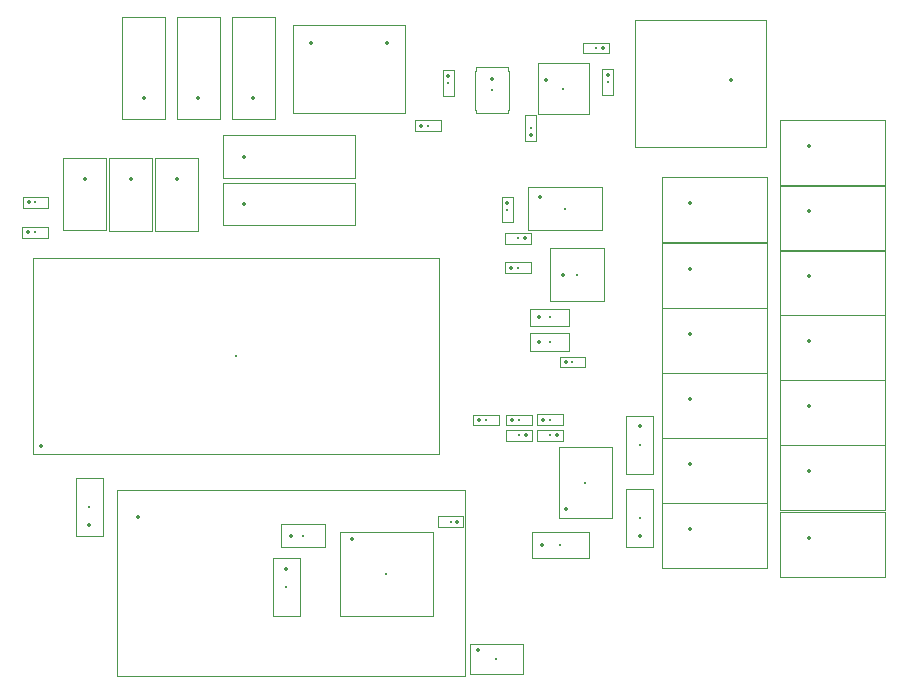
<source format=gbr>
%TF.GenerationSoftware,KiCad,Pcbnew,8.0.7*%
%TF.CreationDate,2024-12-28T14:38:35+07:00*%
%TF.ProjectId,Teensy4.0PCB,5465656e-7379-4342-9e30-5043422e6b69,rev?*%
%TF.SameCoordinates,Original*%
%TF.FileFunction,Component,L1,Top*%
%TF.FilePolarity,Positive*%
%FSLAX46Y46*%
G04 Gerber Fmt 4.6, Leading zero omitted, Abs format (unit mm)*
G04 Created by KiCad (PCBNEW 8.0.7) date 2024-12-28 14:38:35*
%MOMM*%
%LPD*%
G01*
G04 APERTURE LIST*
%TA.AperFunction,ComponentMain*%
%ADD10C,0.300000*%
%TD*%
%TA.AperFunction,ComponentOutline,Courtyard*%
%ADD11C,0.100000*%
%TD*%
%TA.AperFunction,ComponentPin*%
%ADD12P,0.360000X4X0.000000*%
%TD*%
%TA.AperFunction,ComponentPin*%
%ADD13C,0.100000*%
%TD*%
%TA.AperFunction,ComponentOutline,Footprint*%
%ADD14C,0.100000*%
%TD*%
G04 APERTURE END LIST*
D10*
%TO.C,C10*%
%TO.CFtp,C_0402_1005Metric_Pad0.74x0.62mm_HandSolder*%
%TO.CVal,3.3nF / Cer*%
%TO.CLbN,Capacitor_SMD*%
%TO.CMnt,SMD*%
%TO.CRot,-90*%
X159999999Y-72200002D03*
D11*
X160454999Y-71125002D02*
X160454999Y-73275002D01*
X159544999Y-73275002D01*
X159544999Y-71125002D01*
X160454999Y-71125002D01*
D12*
%TO.P,C10,1*%
X159999999Y-71632502D03*
D13*
%TO.P,C10,2*%
X159999999Y-72767502D03*
%TD*%
D10*
%TO.C,C11*%
%TO.CFtp,C_0402_1005Metric_Pad0.74x0.62mm_HandSolder*%
%TO.CVal,10uF / Cer*%
%TO.CLbN,Capacitor_SMD*%
%TO.CMnt,SMD*%
%TO.CRot,180*%
X158999999Y-69300002D03*
D11*
X160074999Y-68845002D02*
X160074999Y-69755002D01*
X157924999Y-69755002D01*
X157924999Y-68845002D01*
X160074999Y-68845002D01*
D12*
%TO.P,C11,1*%
X159567499Y-69300002D03*
D13*
%TO.P,C11,2*%
X158432499Y-69300002D03*
%TD*%
D10*
%TO.C,R7*%
%TO.CFtp,R_0402_1005Metric_Pad0.72x0.64mm_HandSolder*%
%TO.CVal,100k / Film*%
%TO.CLbN,Resistor_SMD*%
%TO.CMnt,SMD*%
%TO.CRot,90*%
X153500000Y-76100000D03*
D11*
X153965000Y-75005000D02*
X153965000Y-77195000D01*
X153035000Y-77195000D01*
X153035000Y-75005000D01*
X153965000Y-75005000D01*
D12*
%TO.P,R7,1*%
X153500000Y-76697500D03*
D13*
%TO.P,R7,2*%
X153500000Y-75502500D03*
%TD*%
D10*
%TO.C,R4*%
%TO.CFtp,R_0402_1005Metric_Pad0.72x0.64mm_HandSolder*%
%TO.CVal,10K*%
%TO.CLbN,Resistor_SMD*%
%TO.CMnt,SMD*%
%TO.CRot,0*%
X144800000Y-75900000D03*
D11*
X145895000Y-75435000D02*
X145895000Y-76365000D01*
X143705000Y-76365000D01*
X143705000Y-75435000D01*
X145895000Y-75435000D01*
D12*
%TO.P,R4,1*%
X144202500Y-75900000D03*
D13*
%TO.P,R4,2*%
X145397500Y-75900000D03*
%TD*%
D10*
%TO.C,C14*%
%TO.CFtp,C_0402_1005Metric_Pad0.74x0.62mm_HandSolder*%
%TO.CVal,22uF / Cer*%
%TO.CLbN,Capacitor_SMD*%
%TO.CMnt,SMD*%
%TO.CRot,-90*%
X146500000Y-72267500D03*
D11*
X146955000Y-71192500D02*
X146955000Y-73342500D01*
X146045000Y-73342500D01*
X146045000Y-71192500D01*
X146955000Y-71192500D01*
D12*
%TO.P,C14,1*%
X146500000Y-71700000D03*
D13*
%TO.P,C14,2*%
X146500000Y-72835000D03*
%TD*%
D10*
%TO.C,U4*%
%TO.CFtp,RGT16_1P7X1P7*%
%TO.CVal,TPS62143RGTT*%
%TO.CLbN,footprints3*%
%TO.CMnt,SMD*%
%TO.CRot,0*%
X156224998Y-72750001D03*
D11*
X158373998Y-70601001D02*
X158373998Y-74899001D01*
X154075998Y-74899001D01*
X154075998Y-70601001D01*
X158373998Y-70601001D01*
D12*
%TO.P,U4,1,SW*%
X154749997Y-72000000D03*
D13*
%TO.P,U4,2,SW*%
X154749997Y-72500001D03*
%TO.P,U4,3,SW*%
X154749997Y-73000001D03*
%TO.P,U4,4,PG*%
X154749997Y-73500002D03*
%TO.P,U4,5,FB*%
X155474809Y-74225002D03*
%TO.P,U4,6,AGND*%
X155974935Y-74225002D03*
%TO.P,U4,7,FSW*%
X156475061Y-74225002D03*
%TO.P,U4,8,DEF*%
X156975187Y-74225002D03*
%TO.P,U4,9,SS/TR*%
X157699999Y-73500002D03*
%TO.P,U4,10,AVIN*%
X157699999Y-73000001D03*
%TO.P,U4,11,PVIN*%
X157699999Y-72500001D03*
%TO.P,U4,12,PVIN*%
X157699999Y-72000000D03*
%TO.P,U4,13,EN*%
X156975187Y-71275000D03*
%TO.P,U4,14,VOS*%
X156475061Y-71275000D03*
%TO.P,U4,15,PGND*%
X155974935Y-71275000D03*
%TO.P,U4,16,PGND*%
X155474809Y-71275000D03*
%TO.P,U4,17,EPAD*%
X156224998Y-72750001D03*
%TD*%
D10*
%TO.C,U5*%
%TO.CFtp,DGS10*%
%TO.CVal,TPS62056DGSR*%
%TO.CLbN,footprints2*%
%TO.CMnt,SMD*%
%TO.CRot,0*%
X156400000Y-82900000D03*
D11*
X159531900Y-81101600D02*
X159531900Y-84698400D01*
X153268100Y-84698400D01*
X153268100Y-81101600D01*
X159531900Y-81101600D01*
D12*
%TO.P,U5,1,VIN*%
X154304500Y-81899999D03*
D13*
%TO.P,U5,2,LBO*%
X154304500Y-82400001D03*
%TO.P,U5,3,GND*%
X154304500Y-82900000D03*
%TO.P,U5,4,PG*%
X154304500Y-83399999D03*
%TO.P,U5,5,FB*%
X154304500Y-83900001D03*
%TO.P,U5,6,LBI*%
X158495500Y-83900001D03*
%TO.P,U5,7,SYNC*%
X158495500Y-83399999D03*
%TO.P,U5,8,EN*%
X158495500Y-82900000D03*
%TO.P,U5,9,SW*%
X158495500Y-82400001D03*
%TO.P,U5,10,PGND*%
X158495500Y-81899999D03*
%TD*%
D10*
%TO.C,IC2*%
%TO.CFtp,SOP50P310X90-8N*%
%TO.CVal,NC7WZ241K8X*%
%TO.CLbN,NC7WZ241K8X*%
%TO.CMnt,SMD*%
%TO.CRot,0*%
X150575000Y-121050000D03*
D11*
X152820000Y-119755000D02*
X152820000Y-122345000D01*
X148330000Y-122345000D01*
X148330000Y-119755000D01*
X152820000Y-119755000D01*
D12*
%TO.P,IC2,1,~{OE}*%
X149000000Y-120300000D03*
D13*
%TO.P,IC2,2,A1*%
X149000000Y-120800000D03*
%TO.P,IC2,3,Y2*%
X149000000Y-121300000D03*
%TO.P,IC2,4,GND*%
X149000000Y-121800000D03*
%TO.P,IC2,5,A2*%
X152150000Y-121800000D03*
%TO.P,IC2,6,Y1*%
X152150000Y-121300000D03*
%TO.P,IC2,7,OE*%
X152150000Y-120800000D03*
%TO.P,IC2,8,VCC*%
X152150000Y-120300000D03*
%TD*%
D10*
%TO.C,IC1*%
%TO.CFtp,SOP65P640X120-20N*%
%TO.CVal,TXB0108PWR*%
%TO.CLbN,TXB0108PWR*%
%TO.CMnt,SMD*%
%TO.CRot,0*%
X141262000Y-113825000D03*
D11*
X145182000Y-110280000D02*
X145182000Y-117370000D01*
X137342000Y-117370000D01*
X137342000Y-110280000D01*
X145182000Y-110280000D01*
D12*
%TO.P,IC1,1,A1*%
X138324000Y-110900000D03*
D13*
%TO.P,IC1,2,VCCA*%
X138324000Y-111550000D03*
%TO.P,IC1,3,A2*%
X138324000Y-112200000D03*
%TO.P,IC1,4,A3*%
X138324000Y-112850000D03*
%TO.P,IC1,5,A4*%
X138324000Y-113500000D03*
%TO.P,IC1,6,A5*%
X138324000Y-114150000D03*
%TO.P,IC1,7,A6*%
X138324000Y-114800000D03*
%TO.P,IC1,8,A7*%
X138324000Y-115450000D03*
%TO.P,IC1,9,A8*%
X138324000Y-116100000D03*
%TO.P,IC1,10,OE*%
X138324000Y-116750000D03*
%TO.P,IC1,11,GND*%
X144200000Y-116750000D03*
%TO.P,IC1,12,B8*%
X144200000Y-116100000D03*
%TO.P,IC1,13,B7*%
X144200000Y-115450000D03*
%TO.P,IC1,14,B6*%
X144200000Y-114800000D03*
%TO.P,IC1,15,B5*%
X144200000Y-114150000D03*
%TO.P,IC1,16,B4*%
X144200000Y-113500000D03*
%TO.P,IC1,17,B3*%
X144200000Y-112850000D03*
%TO.P,IC1,18,B2*%
X144200000Y-112200000D03*
%TO.P,IC1,19,VCCB*%
X144200000Y-111550000D03*
%TO.P,IC1,20,B1*%
X144200000Y-110900000D03*
%TD*%
D10*
%TO.C,C6*%
%TO.CFtp,C_0805_2012Metric_Pad1.18x1.45mm_HandSolder*%
%TO.CVal,0.1uF*%
%TO.CLbN,Capacitor_SMD*%
%TO.CMnt,SMD*%
%TO.CRot,0*%
X134200000Y-110600000D03*
D11*
X136075000Y-109625000D02*
X136075000Y-111575000D01*
X132325000Y-111575000D01*
X132325000Y-109625000D01*
X136075000Y-109625000D01*
D12*
%TO.P,C6,1*%
X133162500Y-110600000D03*
D13*
%TO.P,C6,2*%
X135237500Y-110600000D03*
%TD*%
D10*
%TO.C,R1*%
%TO.CFtp,R_1206_3216Metric_Pad1.30x1.75mm_HandSolder*%
%TO.CVal,10K*%
%TO.CLbN,Resistor_SMD*%
%TO.CMnt,SMD*%
%TO.CRot,-90*%
X162700000Y-102900000D03*
D11*
X163815000Y-100455000D02*
X163815000Y-105345000D01*
X161585000Y-105345000D01*
X161585000Y-100455000D01*
X163815000Y-100455000D01*
D12*
%TO.P,R1,1*%
X162700000Y-101350000D03*
D13*
%TO.P,R1,2*%
X162700000Y-104450000D03*
%TD*%
D10*
%TO.C,C5*%
%TO.CFtp,C_1206_3216Metric_Pad1.33x1.80mm_HandSolder*%
%TO.CVal,0.1uF*%
%TO.CLbN,Capacitor_SMD*%
%TO.CMnt,SMD*%
%TO.CRot,90*%
X162700000Y-109100000D03*
D11*
X163845000Y-106625000D02*
X163845000Y-111575000D01*
X161555000Y-111575000D01*
X161555000Y-106625000D01*
X163845000Y-106625000D01*
D12*
%TO.P,C5,1*%
X162700000Y-110662500D03*
D13*
%TO.P,C5,2*%
X162700000Y-107537500D03*
%TD*%
D10*
%TO.C,R2*%
%TO.CFtp,R_1206_3216Metric_Pad1.30x1.75mm_HandSolder*%
%TO.CVal,10K*%
%TO.CLbN,Resistor_SMD*%
%TO.CMnt,SMD*%
%TO.CRot,0*%
X156000000Y-111400000D03*
D11*
X158445000Y-110285000D02*
X158445000Y-112515000D01*
X153555000Y-112515000D01*
X153555000Y-110285000D01*
X158445000Y-110285000D01*
D12*
%TO.P,R2,1*%
X154450000Y-111400000D03*
D13*
%TO.P,R2,2*%
X157550000Y-111400000D03*
%TD*%
D10*
%TO.C,C1*%
%TO.CFtp,C_1206_3216Metric_Pad1.33x1.80mm_HandSolder*%
%TO.CVal,10uF*%
%TO.CLbN,Capacitor_SMD*%
%TO.CMnt,SMD*%
%TO.CRot,90*%
X116100000Y-108162500D03*
D11*
X117245000Y-105687500D02*
X117245000Y-110637500D01*
X114955000Y-110637500D01*
X114955000Y-105687500D01*
X117245000Y-105687500D01*
D12*
%TO.P,C1,1*%
X116100000Y-109725000D03*
D13*
%TO.P,C1,2*%
X116100000Y-106600000D03*
%TD*%
D10*
%TO.C,R3*%
%TO.CFtp,R_1206_3216Metric_Pad1.30x1.75mm_HandSolder*%
%TO.CVal,10K*%
%TO.CLbN,Resistor_SMD*%
%TO.CMnt,SMD*%
%TO.CRot,-90*%
X132800000Y-114950000D03*
D11*
X133915000Y-112505000D02*
X133915000Y-117395000D01*
X131685000Y-117395000D01*
X131685000Y-112505000D01*
X133915000Y-112505000D01*
D12*
%TO.P,R3,1*%
X132800000Y-113400000D03*
D13*
%TO.P,R3,2*%
X132800000Y-116500000D03*
%TD*%
D10*
%TO.C,C13*%
%TO.CFtp,C_0402_1005Metric_Pad0.74x0.62mm_HandSolder*%
%TO.CVal,22uF / Cer*%
%TO.CLbN,Capacitor_SMD*%
%TO.CMnt,SMD*%
%TO.CRot,0*%
X157000000Y-95900000D03*
D11*
X158075000Y-95445000D02*
X158075000Y-96355000D01*
X155925000Y-96355000D01*
X155925000Y-95445000D01*
X158075000Y-95445000D01*
D12*
%TO.P,C13,1*%
X156432500Y-95900000D03*
D13*
%TO.P,C13,2*%
X157567500Y-95900000D03*
%TD*%
D10*
%TO.C,C12*%
%TO.CFtp,C_0402_1005Metric_Pad0.74x0.62mm_HandSolder*%
%TO.CVal,10uF / Cer*%
%TO.CLbN,Capacitor_SMD*%
%TO.CMnt,SMD*%
%TO.CRot,-90*%
X151500000Y-83000000D03*
D11*
X151955000Y-81925000D02*
X151955000Y-84075000D01*
X151045000Y-84075000D01*
X151045000Y-81925000D01*
X151955000Y-81925000D01*
D12*
%TO.P,C12,1*%
X151500000Y-82432500D03*
D13*
%TO.P,C12,2*%
X151500000Y-83567500D03*
%TD*%
D10*
%TO.C,C9*%
%TO.CFtp,C_0402_1005Metric_Pad0.74x0.62mm_HandSolder*%
%TO.CVal,10uF*%
%TO.CLbN,Capacitor_SMD*%
%TO.CMnt,SMD*%
%TO.CRot,0*%
X111500000Y-84900000D03*
D11*
X112575000Y-84445000D02*
X112575000Y-85355000D01*
X110425000Y-85355000D01*
X110425000Y-84445000D01*
X112575000Y-84445000D01*
D12*
%TO.P,C9,1*%
X110932500Y-84900000D03*
D13*
%TO.P,C9,2*%
X112067500Y-84900000D03*
%TD*%
D10*
%TO.C,C8*%
%TO.CFtp,C_0402_1005Metric_Pad0.74x0.62mm_HandSolder*%
%TO.CVal,0.1uF*%
%TO.CLbN,Capacitor_SMD*%
%TO.CMnt,SMD*%
%TO.CRot,0*%
X111550000Y-82360000D03*
D11*
X112625000Y-81905000D02*
X112625000Y-82815000D01*
X110475000Y-82815000D01*
X110475000Y-81905000D01*
X112625000Y-81905000D01*
D12*
%TO.P,C8,1*%
X110982500Y-82360000D03*
D13*
%TO.P,C8,2*%
X112117500Y-82360000D03*
%TD*%
D10*
%TO.C,C7*%
%TO.CFtp,C_0402_1005Metric_Pad0.74x0.62mm_HandSolder*%
%TO.CVal,0.1uF*%
%TO.CLbN,Capacitor_SMD*%
%TO.CMnt,SMD*%
%TO.CRot,180*%
X146700000Y-109400000D03*
D11*
X147775000Y-108945000D02*
X147775000Y-109855000D01*
X145625000Y-109855000D01*
X145625000Y-108945000D01*
X147775000Y-108945000D01*
D12*
%TO.P,C7,1*%
X147267500Y-109400000D03*
D13*
%TO.P,C7,2*%
X146132500Y-109400000D03*
%TD*%
D10*
%TO.C,C4*%
%TO.CFtp,C_0402_1005Metric_Pad0.74x0.62mm_HandSolder*%
%TO.CVal,0.1uF*%
%TO.CLbN,Capacitor_SMD*%
%TO.CMnt,SMD*%
%TO.CRot,0*%
X152500000Y-100800000D03*
D11*
X153575000Y-100345000D02*
X153575000Y-101255000D01*
X151425000Y-101255000D01*
X151425000Y-100345000D01*
X153575000Y-100345000D01*
D12*
%TO.P,C4,1*%
X151932500Y-100800000D03*
D13*
%TO.P,C4,2*%
X153067500Y-100800000D03*
%TD*%
D10*
%TO.C,C3*%
%TO.CFtp,C_0402_1005Metric_Pad0.74x0.62mm_HandSolder*%
%TO.CVal,0.0068uF / Cer*%
%TO.CLbN,Capacitor_SMD*%
%TO.CMnt,SMD*%
%TO.CRot,180*%
X152500000Y-102100000D03*
D11*
X153575000Y-101645000D02*
X153575000Y-102555000D01*
X151425000Y-102555000D01*
X151425000Y-101645000D01*
X153575000Y-101645000D01*
D12*
%TO.P,C3,1*%
X153067500Y-102100000D03*
D13*
%TO.P,C3,2*%
X151932500Y-102100000D03*
%TD*%
D10*
%TO.C,C2*%
%TO.CFtp,C_0402_1005Metric_Pad0.74x0.62mm_HandSolder*%
%TO.CVal,0.1uF*%
%TO.CLbN,Capacitor_SMD*%
%TO.CMnt,SMD*%
%TO.CRot,0*%
X149700000Y-100800000D03*
D11*
X150775000Y-100345000D02*
X150775000Y-101255000D01*
X148625000Y-101255000D01*
X148625000Y-100345000D01*
X150775000Y-100345000D01*
D12*
%TO.P,C2,1*%
X149132500Y-100800000D03*
D13*
%TO.P,C2,2*%
X150267500Y-100800000D03*
%TD*%
D10*
%TO.C,L1*%
%TO.CFtp,IND_SRP2512_BRN*%
%TO.CVal,2.2uH*%
%TO.CLbN,foorprints4*%
%TO.CMnt,SMD*%
%TO.CRot,-90*%
X150200000Y-72900000D03*
D11*
X151579300Y-70949200D02*
X151579300Y-71254000D01*
X151604700Y-71254000D01*
X151604700Y-74546000D01*
X151579300Y-74546000D01*
X151579300Y-74850800D01*
X148820700Y-74850800D01*
X148820700Y-74546000D01*
X148795300Y-74546000D01*
X148795300Y-71254000D01*
X148820700Y-71254000D01*
X148820700Y-70949200D01*
X151579300Y-70949200D01*
D12*
%TO.P,L1,1,1*%
X150200000Y-71947500D03*
D13*
%TO.P,L1,2,2*%
X150200000Y-73852500D03*
%TD*%
D10*
%TO.C,L2*%
%TO.CFtp,L_Coilcraft_XxL4030*%
%TO.CVal,10uH*%
%TO.CLbN,Inductor_SMD*%
%TO.CMnt,SMD*%
%TO.CRot,0*%
X157400000Y-88500000D03*
D11*
X159655000Y-86245000D02*
X159655000Y-90755000D01*
X155145000Y-90755000D01*
X155145000Y-86245000D01*
X159655000Y-86245000D01*
D12*
%TO.P,L2,1,1*%
X156215000Y-88500000D03*
D13*
%TO.P,L2,2,2*%
X158585000Y-88500000D03*
%TD*%
D10*
%TO.C,R11*%
%TO.CFtp,R_0603_1608Metric_Pad0.98x0.95mm_HandSolder*%
%TO.CVal,1M / Metal Film*%
%TO.CLbN,Resistor_SMD*%
%TO.CMnt,SMD*%
%TO.CRot,0*%
X155087500Y-94200000D03*
D11*
X156732500Y-93475000D02*
X156732500Y-94925000D01*
X153442500Y-94925000D01*
X153442500Y-93475000D01*
X156732500Y-93475000D01*
D12*
%TO.P,R11,1*%
X154175000Y-94200000D03*
D13*
%TO.P,R11,2*%
X156000000Y-94200000D03*
%TD*%
D10*
%TO.C,R10*%
%TO.CFtp,R_0603_1608Metric_Pad0.98x0.95mm_HandSolder*%
%TO.CVal,1M / Metal Film*%
%TO.CLbN,Resistor_SMD*%
%TO.CMnt,SMD*%
%TO.CRot,0*%
X155100000Y-92100000D03*
D11*
X156745000Y-91375000D02*
X156745000Y-92825000D01*
X153455000Y-92825000D01*
X153455000Y-91375000D01*
X156745000Y-91375000D01*
D12*
%TO.P,R10,1*%
X154187500Y-92100000D03*
D13*
%TO.P,R10,2*%
X156012500Y-92100000D03*
%TD*%
D10*
%TO.C,R9*%
%TO.CFtp,R_0402_1005Metric_Pad0.72x0.64mm_HandSolder*%
%TO.CVal,100K / Metal Film*%
%TO.CLbN,Resistor_SMD*%
%TO.CMnt,SMD*%
%TO.CRot,180*%
X152400000Y-85400000D03*
D11*
X153495000Y-84935000D02*
X153495000Y-85865000D01*
X151305000Y-85865000D01*
X151305000Y-84935000D01*
X153495000Y-84935000D01*
D12*
%TO.P,R9,1*%
X152997500Y-85400000D03*
D13*
%TO.P,R9,2*%
X151802500Y-85400000D03*
%TD*%
D10*
%TO.C,R8*%
%TO.CFtp,R_0402_1005Metric_Pad0.72x0.64mm_HandSolder*%
%TO.CVal,130K / Metal Film*%
%TO.CLbN,Resistor_SMD*%
%TO.CMnt,SMD*%
%TO.CRot,0*%
X152400000Y-87900000D03*
D11*
X153495000Y-87435000D02*
X153495000Y-88365000D01*
X151305000Y-88365000D01*
X151305000Y-87435000D01*
X153495000Y-87435000D01*
D12*
%TO.P,R8,1*%
X151802500Y-87900000D03*
D13*
%TO.P,R8,2*%
X152997500Y-87900000D03*
%TD*%
D10*
%TO.C,U3*%
%TO.CFtp,LGA-28_5.2x3.8mm_P0.5mm*%
%TO.CVal,BNO055*%
%TO.CLbN,Package_LGA*%
%TO.CMnt,SMD*%
%TO.CRot,90*%
X158100000Y-106100000D03*
D11*
X160345000Y-103125000D02*
X160345000Y-109075000D01*
X155855000Y-109075000D01*
X155855000Y-103125000D01*
X160345000Y-103125000D01*
D12*
%TO.P,U3,1,PIN1*%
X156437500Y-108350000D03*
D13*
%TO.P,U3,2,GND*%
X157350000Y-108487500D03*
%TO.P,U3,3,VDD*%
X157850000Y-108487500D03*
%TO.P,U3,4,~{BOOT_LOAD_PIN}*%
X158350000Y-108487500D03*
%TO.P,U3,5,PS1*%
X158850000Y-108487500D03*
%TO.P,U3,6,PS0*%
X159762500Y-108350000D03*
%TO.P,U3,7,PIN7*%
X159762500Y-107850000D03*
%TO.P,U3,8,PIN8*%
X159762500Y-107350000D03*
%TO.P,U3,9,CAP*%
X159762500Y-106850000D03*
%TO.P,U3,10,BL_IND*%
X159762500Y-106350000D03*
%TO.P,U3,11,~{RESET}*%
X159762500Y-105850000D03*
%TO.P,U3,12,PIN12*%
X159762500Y-105350000D03*
%TO.P,U3,13,PIN13*%
X159762500Y-104850000D03*
%TO.P,U3,14,INT*%
X159762500Y-104350000D03*
%TO.P,U3,15,GNDIO*%
X159762500Y-103850000D03*
%TO.P,U3,16,GNDIO*%
X158850000Y-103712500D03*
%TO.P,U3,17,COM3*%
X158350000Y-103712500D03*
%TO.P,U3,18,COM2*%
X157850000Y-103712500D03*
%TO.P,U3,19,COM1*%
X157350000Y-103712500D03*
%TO.P,U3,20,COM0*%
X156437500Y-103850000D03*
%TO.P,U3,21,PIN21*%
X156437500Y-104350000D03*
%TO.P,U3,22,PIN22*%
X156437500Y-104850000D03*
%TO.P,U3,23,PIN23*%
X156437500Y-105350000D03*
%TO.P,U3,24,PIN24*%
X156437500Y-105850000D03*
%TO.P,U3,25,GNDIO*%
X156437500Y-106350000D03*
%TO.P,U3,26,XOUT32*%
X156437500Y-106850000D03*
%TO.P,U3,27,XIN32*%
X156437500Y-107350000D03*
%TO.P,U3,28,VDDIO*%
X156437500Y-107850000D03*
%TD*%
D10*
%TO.C,U2*%
%TO.CFtp,nRF24L01_Breakout*%
%TO.CVal,NRF24*%
%TO.CLbN,RF_Module*%
%TO.CMnt,TH*%
%TO.CRot,0*%
X120210500Y-108975000D03*
D11*
X147955500Y-106730000D02*
X147955500Y-122470000D01*
X118465500Y-122470000D01*
X118465500Y-106730000D01*
X147955500Y-106730000D01*
D12*
%TO.P,U2,1,GND*%
X120210500Y-108975000D03*
D13*
%TO.P,U2,2,VCC*%
X122750500Y-108975000D03*
%TO.P,U2,3,CE*%
X120210500Y-111515000D03*
%TO.P,U2,4,~{CSN}*%
X122750500Y-111515000D03*
%TO.P,U2,5,SCK*%
X120210500Y-114055000D03*
%TO.P,U2,6,MOSI*%
X122750500Y-114055000D03*
%TO.P,U2,7,MISO*%
X120210500Y-116595000D03*
%TO.P,U2,8,IRQ*%
X122750500Y-116595000D03*
%TD*%
D10*
%TO.C,U1*%
%TO.CFtp,Teensy40_SMT*%
%TO.CVal,Teensy4.0*%
%TO.CLbN,teensy.pretty-master*%
%TO.CMnt,TH*%
%TO.CRot,0*%
X128535000Y-95400000D03*
D14*
X111323000Y-87078000D02*
X111323000Y-103722000D01*
X145747000Y-103722000D01*
X145747000Y-87078000D01*
X111323000Y-87078000D01*
D12*
%TO.P,U1,1,GND*%
X112025000Y-103020000D03*
D13*
%TO.P,U1,13,11_MOSI_CTX1*%
X142505000Y-103020000D03*
%TO.P,U1,33,VIN*%
X112025000Y-87780000D03*
%TO.P,U1,34,VUSB*%
X114565000Y-90320000D03*
%TO.P,U1,32,GND*%
X114565000Y-87780000D03*
%TO.P,U1,31,3V3*%
X117105000Y-87780000D03*
%TO.P,U1,30,23_A9_CRX1_MCLK1*%
X119645000Y-87780000D03*
%TO.P,U1,29,22_A8_CTX1*%
X122185000Y-87780000D03*
%TO.P,U1,28,21_A7_RX5_BCLK1*%
X124725000Y-87780000D03*
%TO.P,U1,27,20_A6_TX5_LRCLK1*%
X127265000Y-87780000D03*
%TO.P,U1,26,19_A5_SCL0*%
X129805000Y-87780000D03*
%TO.P,U1,25,18_A4_SDA0*%
X132345000Y-87780000D03*
%TO.P,U1,24,17_A3_TX4_SDA1*%
X134885000Y-87780000D03*
%TO.P,U1,23,16_A2_RX4_SCL1*%
X137425000Y-87780000D03*
%TO.P,U1,22,15_A1_RX3_SPDIF_IN*%
X139965000Y-87780000D03*
%TO.P,U1,21,14_A0_TX3_SPDIF_OUT*%
X142505000Y-87780000D03*
%TO.P,U1,20,13_SCK_CRX1_LED*%
X145045000Y-87780000D03*
%TO.P,U1,19,ON_OFF*%
X145045000Y-90320000D03*
%TO.P,U1,18,PROGRAM*%
X145045000Y-92860000D03*
%TO.P,U1,17,GND*%
X145045000Y-95400000D03*
%TO.P,U1,16,3V3*%
X145045000Y-97940000D03*
%TO.P,U1,15,VBAT*%
X145045000Y-100480000D03*
%TO.P,U1,14,12_MISO_MQSL*%
X145045000Y-103020000D03*
%TO.P,U1,12,10_CS_MQSR*%
X139965000Y-103020000D03*
%TO.P,U1,11,9_OUT1C*%
X137425000Y-103020000D03*
%TO.P,U1,10,8_TX2_IN1*%
X134885000Y-103020000D03*
%TO.P,U1,9,7_RX2_OUT1A*%
X132345000Y-103020000D03*
%TO.P,U1,8,6_OUT1D*%
X129805000Y-103020000D03*
%TO.P,U1,7,5_IN2*%
X127265000Y-103020000D03*
%TO.P,U1,6,4_BCLK2*%
X124725000Y-103020000D03*
%TO.P,U1,5,3_LRCLK2*%
X122185000Y-103020000D03*
%TO.P,U1,4,2_OUT2*%
X119645000Y-103020000D03*
%TO.P,U1,3,1_TX1_CTX2_MISO1*%
X117105000Y-103020000D03*
%TO.P,U1,54,D+*%
X113295000Y-96670000D03*
%TO.P,U1,53,D-*%
X113295000Y-94130000D03*
%TO.P,U1,52,39_DAT2_TX5*%
X119163400Y-98900000D03*
%TO.P,U1,51,38_DAT3_RX5*%
X119163400Y-97900000D03*
%TO.P,U1,50,37_CMD_SCK2*%
X119163400Y-96900000D03*
%TO.P,U1,49,3V3*%
X119163400Y-95900000D03*
%TO.P,U1,48,36_CLK_CS2*%
X119163400Y-94900000D03*
%TO.P,U1,47,GND*%
X119163400Y-93900000D03*
%TO.P,U1,46,35_DAT0_MOSI2*%
X119163400Y-92900000D03*
%TO.P,U1,45,34_DAT1_MISO2*%
X119163400Y-91900000D03*
%TO.P,U1,44,33_MCLK2*%
X137425000Y-100480000D03*
%TO.P,U1,43,32_OUT1B*%
X139965000Y-100480000D03*
%TO.P,U1,42,31_CTX3*%
X137425000Y-97940000D03*
%TO.P,U1,41,30_CRX3*%
X139965000Y-97940000D03*
%TO.P,U1,40,29_TX7*%
X137425000Y-95400000D03*
%TO.P,U1,39,28_RX7*%
X139965000Y-95400000D03*
%TO.P,U1,38,27_A13_SCK1*%
X137425000Y-92860000D03*
%TO.P,U1,37,26_A12_MOSI1*%
X139965000Y-92860000D03*
%TO.P,U1,36,25_A11_RX6_SDA2*%
X137425000Y-90320000D03*
%TO.P,U1,35,24_A10_TX6_SCL2*%
X139965000Y-90320000D03*
%TO.P,U1,2,0_RX1_CRX2_CS1*%
X114565000Y-103020000D03*
%TD*%
D10*
%TO.C,servo13*%
%TO.CFtp,JST_PH_B3B-PH-K_1x03_P2.00mm_Vertical*%
%TO.CVal,Conn_01x03_Socket*%
%TO.CLbN,Connector_JST*%
%TO.CMnt,TH*%
%TO.CRot,0*%
X177050000Y-105150000D03*
D11*
X183495000Y-102955000D02*
X183495000Y-108445000D01*
X174605000Y-108445000D01*
X174605000Y-102955000D01*
X183495000Y-102955000D01*
D12*
%TO.P,servo13,1,Pin_1*%
X177050000Y-105150000D03*
D13*
%TO.P,servo13,2,Pin_2*%
X179050000Y-105150000D03*
%TO.P,servo13,3,Pin_3*%
X181050000Y-105150000D03*
%TD*%
D10*
%TO.C,servo12*%
%TO.CFtp,JST_PH_B3B-PH-K_1x03_P2.00mm_Vertical*%
%TO.CVal,Conn_01x03_Socket*%
%TO.CLbN,Connector_JST*%
%TO.CMnt,TH*%
%TO.CRot,0*%
X177000000Y-110800000D03*
D11*
X183445000Y-108605000D02*
X183445000Y-114095000D01*
X174555000Y-114095000D01*
X174555000Y-108605000D01*
X183445000Y-108605000D01*
D12*
%TO.P,servo12,1,Pin_1*%
X177000000Y-110800000D03*
D13*
%TO.P,servo12,2,Pin_2*%
X179000000Y-110800000D03*
%TO.P,servo12,3,Pin_3*%
X181000000Y-110800000D03*
%TD*%
D10*
%TO.C,servo11*%
%TO.CFtp,JST_PH_B3B-PH-K_1x03_P2.00mm_Vertical*%
%TO.CVal,Conn_01x03_Socket*%
%TO.CLbN,Connector_JST*%
%TO.CMnt,TH*%
%TO.CRot,0*%
X167000000Y-110000000D03*
D11*
X173445000Y-107805000D02*
X173445000Y-113295000D01*
X164555000Y-113295000D01*
X164555000Y-107805000D01*
X173445000Y-107805000D01*
D12*
%TO.P,servo11,1,Pin_1*%
X167000000Y-110000000D03*
D13*
%TO.P,servo11,2,Pin_2*%
X169000000Y-110000000D03*
%TO.P,servo11,3,Pin_3*%
X171000000Y-110000000D03*
%TD*%
D10*
%TO.C,servo10*%
%TO.CFtp,JST_PH_B3B-PH-K_1x03_P2.00mm_Vertical*%
%TO.CVal,Conn_01x03_Socket*%
%TO.CLbN,Connector_JST*%
%TO.CMnt,TH*%
%TO.CRot,0*%
X177000000Y-99650000D03*
D11*
X183445000Y-97455000D02*
X183445000Y-102945000D01*
X174555000Y-102945000D01*
X174555000Y-97455000D01*
X183445000Y-97455000D01*
D12*
%TO.P,servo10,1,Pin_1*%
X177000000Y-99650000D03*
D13*
%TO.P,servo10,2,Pin_2*%
X179000000Y-99650000D03*
%TO.P,servo10,3,Pin_3*%
X181000000Y-99650000D03*
%TD*%
D10*
%TO.C,servo9*%
%TO.CFtp,JST_PH_B3B-PH-K_1x03_P2.00mm_Vertical*%
%TO.CVal,Conn_01x03_Socket*%
%TO.CLbN,Connector_JST*%
%TO.CMnt,TH*%
%TO.CRot,0*%
X177000000Y-94150000D03*
D11*
X183445000Y-91955000D02*
X183445000Y-97445000D01*
X174555000Y-97445000D01*
X174555000Y-91955000D01*
X183445000Y-91955000D01*
D12*
%TO.P,servo9,1,Pin_1*%
X177000000Y-94150000D03*
D13*
%TO.P,servo9,2,Pin_2*%
X179000000Y-94150000D03*
%TO.P,servo9,3,Pin_3*%
X181000000Y-94150000D03*
%TD*%
D10*
%TO.C,servo8*%
%TO.CFtp,JST_PH_B3B-PH-K_1x03_P2.00mm_Vertical*%
%TO.CVal,Conn_01x03_Socket*%
%TO.CLbN,Connector_JST*%
%TO.CMnt,TH*%
%TO.CRot,0*%
X177000000Y-88650000D03*
D11*
X183445000Y-86455000D02*
X183445000Y-91945000D01*
X174555000Y-91945000D01*
X174555000Y-86455000D01*
X183445000Y-86455000D01*
D12*
%TO.P,servo8,1,Pin_1*%
X177000000Y-88650000D03*
D13*
%TO.P,servo8,2,Pin_2*%
X179000000Y-88650000D03*
%TO.P,servo8,3,Pin_3*%
X181000000Y-88650000D03*
%TD*%
D10*
%TO.C,servo7*%
%TO.CFtp,JST_PH_B3B-PH-K_1x03_P2.00mm_Vertical*%
%TO.CVal,Conn_01x03_Socket*%
%TO.CLbN,Connector_JST*%
%TO.CMnt,TH*%
%TO.CRot,0*%
X177000000Y-83150000D03*
D11*
X183445000Y-80955000D02*
X183445000Y-86445000D01*
X174555000Y-86445000D01*
X174555000Y-80955000D01*
X183445000Y-80955000D01*
D12*
%TO.P,servo7,1,Pin_1*%
X177000000Y-83150000D03*
D13*
%TO.P,servo7,2,Pin_2*%
X179000000Y-83150000D03*
%TO.P,servo7,3,Pin_3*%
X181000000Y-83150000D03*
%TD*%
D10*
%TO.C,servo6*%
%TO.CFtp,JST_PH_B3B-PH-K_1x03_P2.00mm_Vertical*%
%TO.CVal,Conn_01x03_Socket*%
%TO.CLbN,Connector_JST*%
%TO.CMnt,TH*%
%TO.CRot,0*%
X177000000Y-77600000D03*
D11*
X183445000Y-75405000D02*
X183445000Y-80895000D01*
X174555000Y-80895000D01*
X174555000Y-75405000D01*
X183445000Y-75405000D01*
D12*
%TO.P,servo6,1,Pin_1*%
X177000000Y-77600000D03*
D13*
%TO.P,servo6,2,Pin_2*%
X179000000Y-77600000D03*
%TO.P,servo6,3,Pin_3*%
X181000000Y-77600000D03*
%TD*%
D10*
%TO.C,servo5*%
%TO.CFtp,JST_PH_B3B-PH-K_1x03_P2.00mm_Vertical*%
%TO.CVal,Conn_01x03_Socket*%
%TO.CLbN,Connector_JST*%
%TO.CMnt,TH*%
%TO.CRot,0*%
X167000000Y-104500000D03*
D11*
X173445000Y-102305000D02*
X173445000Y-107795000D01*
X164555000Y-107795000D01*
X164555000Y-102305000D01*
X173445000Y-102305000D01*
D12*
%TO.P,servo5,1,Pin_1*%
X167000000Y-104500000D03*
D13*
%TO.P,servo5,2,Pin_2*%
X169000000Y-104500000D03*
%TO.P,servo5,3,Pin_3*%
X171000000Y-104500000D03*
%TD*%
D10*
%TO.C,servo4*%
%TO.CFtp,JST_PH_B3B-PH-K_1x03_P2.00mm_Vertical*%
%TO.CVal,Conn_01x03_Socket*%
%TO.CLbN,Connector_JST*%
%TO.CMnt,TH*%
%TO.CRot,0*%
X167000000Y-99000000D03*
D11*
X173445000Y-96805000D02*
X173445000Y-102295000D01*
X164555000Y-102295000D01*
X164555000Y-96805000D01*
X173445000Y-96805000D01*
D12*
%TO.P,servo4,1,Pin_1*%
X167000000Y-99000000D03*
D13*
%TO.P,servo4,2,Pin_2*%
X169000000Y-99000000D03*
%TO.P,servo4,3,Pin_3*%
X171000000Y-99000000D03*
%TD*%
D10*
%TO.C,servo3*%
%TO.CFtp,JST_PH_B3B-PH-K_1x03_P2.00mm_Vertical*%
%TO.CVal,Conn_01x03_Socket*%
%TO.CLbN,Connector_JST*%
%TO.CMnt,TH*%
%TO.CRot,0*%
X167000000Y-93500000D03*
D11*
X173445000Y-91305000D02*
X173445000Y-96795000D01*
X164555000Y-96795000D01*
X164555000Y-91305000D01*
X173445000Y-91305000D01*
D12*
%TO.P,servo3,1,Pin_1*%
X167000000Y-93500000D03*
D13*
%TO.P,servo3,2,Pin_2*%
X169000000Y-93500000D03*
%TO.P,servo3,3,Pin_3*%
X171000000Y-93500000D03*
%TD*%
D10*
%TO.C,servo2*%
%TO.CFtp,JST_PH_B3B-PH-K_1x03_P2.00mm_Vertical*%
%TO.CVal,Conn_01x03_Socket*%
%TO.CLbN,Connector_JST*%
%TO.CMnt,TH*%
%TO.CRot,0*%
X167000000Y-88000000D03*
D11*
X173445000Y-85805000D02*
X173445000Y-91295000D01*
X164555000Y-91295000D01*
X164555000Y-85805000D01*
X173445000Y-85805000D01*
D12*
%TO.P,servo2,1,Pin_1*%
X167000000Y-88000000D03*
D13*
%TO.P,servo2,2,Pin_2*%
X169000000Y-88000000D03*
%TO.P,servo2,3,Pin_3*%
X171000000Y-88000000D03*
%TD*%
D10*
%TO.C,servo1*%
%TO.CFtp,JST_PH_B3B-PH-K_1x03_P2.00mm_Vertical*%
%TO.CVal,Conn_01x03_Socket*%
%TO.CLbN,Connector_JST*%
%TO.CMnt,TH*%
%TO.CRot,0*%
X167000000Y-82450000D03*
D11*
X173445000Y-80255000D02*
X173445000Y-85745000D01*
X164555000Y-85745000D01*
X164555000Y-80255000D01*
X173445000Y-80255000D01*
D12*
%TO.P,servo1,1,Pin_1*%
X167000000Y-82450000D03*
D13*
%TO.P,servo1,2,Pin_2*%
X169000000Y-82450000D03*
%TO.P,servo1,3,Pin_3*%
X171000000Y-82450000D03*
%TD*%
D10*
%TO.C,S5*%
%TO.CFtp,PinHeader_1x02_P2.54mm_Vertical*%
%TO.CVal,CAN_SERIAL3*%
%TO.CLbN,Connector_PinHeader_2.54mm*%
%TO.CMnt,TH*%
%TO.CRot,0*%
X115700000Y-80400000D03*
D11*
X117495000Y-78605000D02*
X117495000Y-84745000D01*
X113905000Y-84745000D01*
X113905000Y-78605000D01*
X117495000Y-78605000D01*
D12*
%TO.P,S5,1,Pin_1*%
X115700000Y-80400000D03*
D13*
%TO.P,S5,2,Pin_2*%
X115700000Y-82940000D03*
%TD*%
D10*
%TO.C,S4*%
%TO.CFtp,PinHeader_1x02_P2.54mm_Vertical*%
%TO.CVal,SERIAL8*%
%TO.CLbN,Connector_PinHeader_2.54mm*%
%TO.CMnt,TH*%
%TO.CRot,0*%
X119600000Y-80440000D03*
D11*
X121395000Y-78645000D02*
X121395000Y-84785000D01*
X117805000Y-84785000D01*
X117805000Y-78645000D01*
X121395000Y-78645000D01*
D12*
%TO.P,S4,1,Pin_1*%
X119600000Y-80440000D03*
D13*
%TO.P,S4,2,Pin_2*%
X119600000Y-82980000D03*
%TD*%
D10*
%TO.C,S3*%
%TO.CFtp,PinHeader_1x02_P2.54mm_Vertical*%
%TO.CVal,SERIAL7*%
%TO.CLbN,Connector_PinHeader_2.54mm*%
%TO.CMnt,TH*%
%TO.CRot,0*%
X123500000Y-80440000D03*
D11*
X125295000Y-78645000D02*
X125295000Y-84785000D01*
X121705000Y-84785000D01*
X121705000Y-78645000D01*
X125295000Y-78645000D01*
D12*
%TO.P,S3,1,Pin_1*%
X123500000Y-80440000D03*
D13*
%TO.P,S3,2,Pin_2*%
X123500000Y-82980000D03*
%TD*%
D10*
%TO.C,J2*%
%TO.CFtp,PinHeader_1x04_P2.54mm_Vertical*%
%TO.CVal,Conn_01x04_Pin*%
%TO.CLbN,Connector_PinHeader_2.54mm*%
%TO.CMnt,TH*%
%TO.CRot,90*%
X129200000Y-82500000D03*
D11*
X138595000Y-80705000D02*
X138595000Y-84295000D01*
X127405000Y-84295000D01*
X127405000Y-80705000D01*
X138595000Y-80705000D01*
D12*
%TO.P,J2,1,Pin_1*%
X129200000Y-82500000D03*
D13*
%TO.P,J2,2,Pin_2*%
X131740000Y-82500000D03*
%TO.P,J2,3,Pin_3*%
X134280000Y-82500000D03*
%TO.P,J2,4,Pin_4*%
X136820000Y-82500000D03*
%TD*%
D10*
%TO.C,J1*%
%TO.CFtp,PinHeader_1x04_P2.54mm_Vertical*%
%TO.CVal,Conn_01x04_Pin*%
%TO.CLbN,Connector_PinHeader_2.54mm*%
%TO.CMnt,TH*%
%TO.CRot,90*%
X129200000Y-78500000D03*
D11*
X138595000Y-76705000D02*
X138595000Y-80295000D01*
X127405000Y-80295000D01*
X127405000Y-76705000D01*
X138595000Y-76705000D01*
D12*
%TO.P,J1,1,Pin_1*%
X129200000Y-78500000D03*
D13*
%TO.P,J1,2,Pin_2*%
X131740000Y-78500000D03*
%TO.P,J1,3,Pin_3*%
X134280000Y-78500000D03*
%TO.P,J1,4,Pin_4*%
X136820000Y-78500000D03*
%TD*%
D10*
%TO.C,Button*%
%TO.CFtp,SW_PUSH_6mm*%
%TO.CVal,Push_Button*%
%TO.CLbN,Button_Switch_THT*%
%TO.CMnt,TH*%
%TO.CRot,0*%
X134850000Y-68850000D03*
D11*
X142845000Y-67355000D02*
X142845000Y-74845000D01*
X133355000Y-74845000D01*
X133355000Y-67355000D01*
X142845000Y-67355000D01*
D12*
%TO.P,Button,1,1*%
X134850000Y-68850000D03*
X141350000Y-68850000D03*
D13*
%TO.P,Button,2,2*%
X134850000Y-73350000D03*
X141350000Y-73350000D03*
%TD*%
D10*
%TO.C,Main-Terminal1*%
%TO.CFtp,TerminalBlock_Phoenix_MKDS-1\u002C5-2-5.08_1x02_P5.08mm_Horizontal*%
%TO.CVal,Main Terminal*%
%TO.CLbN,TerminalBlock_Phoenix*%
%TO.CMnt,TH*%
%TO.CRot,180*%
X170400000Y-72000000D03*
D11*
X173435000Y-66905000D02*
X173435000Y-77705000D01*
X162275000Y-77705000D01*
X162275000Y-66905000D01*
X173435000Y-66905000D01*
D12*
%TO.P,Main-Terminal1,1,Pin_1*%
X170400000Y-72000000D03*
D13*
%TO.P,Main-Terminal1,2,Pin_2*%
X165320000Y-72000000D03*
%TD*%
D10*
%TO.C,GND1*%
%TO.CFtp,PinHeader_1x03_P2.54mm_Vertical*%
%TO.CVal,Conn_01x03_Pin*%
%TO.CLbN,Connector_PinHeader_2.54mm*%
%TO.CMnt,TH*%
%TO.CRot,180*%
X120700000Y-73540000D03*
D11*
X122495000Y-66695000D02*
X122495000Y-75335000D01*
X118905000Y-75335000D01*
X118905000Y-66695000D01*
X122495000Y-66695000D01*
D12*
%TO.P,GND1,1,Pin_1*%
X120700000Y-73540000D03*
D13*
%TO.P,GND1,3,Pin_3*%
X120700000Y-68460000D03*
%TO.P,GND1,2,Pin_2*%
X120700000Y-71000000D03*
%TD*%
D10*
%TO.C,5V1*%
%TO.CFtp,PinHeader_1x03_P2.54mm_Vertical*%
%TO.CVal,Conn_01x03_Pin*%
%TO.CLbN,Connector_PinHeader_2.54mm*%
%TO.CMnt,TH*%
%TO.CRot,180*%
X125350000Y-73540000D03*
D11*
X127145000Y-66695000D02*
X127145000Y-75335000D01*
X123555000Y-75335000D01*
X123555000Y-66695000D01*
X127145000Y-66695000D01*
D12*
%TO.P,5V1,1,Pin_1*%
X125350000Y-73540000D03*
D13*
%TO.P,5V1,3,Pin_3*%
X125350000Y-68460000D03*
%TO.P,5V1,2,Pin_2*%
X125350000Y-71000000D03*
%TD*%
D10*
%TO.C,3.3V1*%
%TO.CFtp,PinHeader_1x03_P2.54mm_Vertical*%
%TO.CVal,Conn_01x03_Pin*%
%TO.CLbN,Connector_PinHeader_2.54mm*%
%TO.CMnt,TH*%
%TO.CRot,180*%
X130000000Y-73540000D03*
D11*
X131795000Y-66695000D02*
X131795000Y-75335000D01*
X128205000Y-75335000D01*
X128205000Y-66695000D01*
X131795000Y-66695000D01*
D12*
%TO.P,3.3V1,1,Pin_1*%
X130000000Y-73540000D03*
D13*
%TO.P,3.3V1,3,Pin_3*%
X130000000Y-68460000D03*
%TO.P,3.3V1,2,Pin_2*%
X130000000Y-71000000D03*
%TD*%
D10*
%TO.C,R6*%
%TO.CFtp,R_0402_1005Metric_Pad0.72x0.64mm_HandSolder*%
%TO.CVal,10k*%
%TO.CLbN,Resistor_SMD*%
%TO.CMnt,SMD*%
%TO.CRot,0*%
X155100000Y-100800000D03*
D11*
X156195000Y-100335000D02*
X156195000Y-101265000D01*
X154005000Y-101265000D01*
X154005000Y-100335000D01*
X156195000Y-100335000D01*
D12*
%TO.P,R6,1*%
X154502500Y-100800000D03*
D13*
%TO.P,R6,2*%
X155697500Y-100800000D03*
%TD*%
D10*
%TO.C,R5*%
%TO.CFtp,R_0402_1005Metric_Pad0.72x0.64mm_HandSolder*%
%TO.CVal,10k*%
%TO.CLbN,Resistor_SMD*%
%TO.CMnt,SMD*%
%TO.CRot,180*%
X155100000Y-102100000D03*
D11*
X156195000Y-101635000D02*
X156195000Y-102565000D01*
X154005000Y-102565000D01*
X154005000Y-101635000D01*
X156195000Y-101635000D01*
D12*
%TO.P,R5,1*%
X155697500Y-102100000D03*
D13*
%TO.P,R5,2*%
X154502500Y-102100000D03*
%TD*%
M02*

</source>
